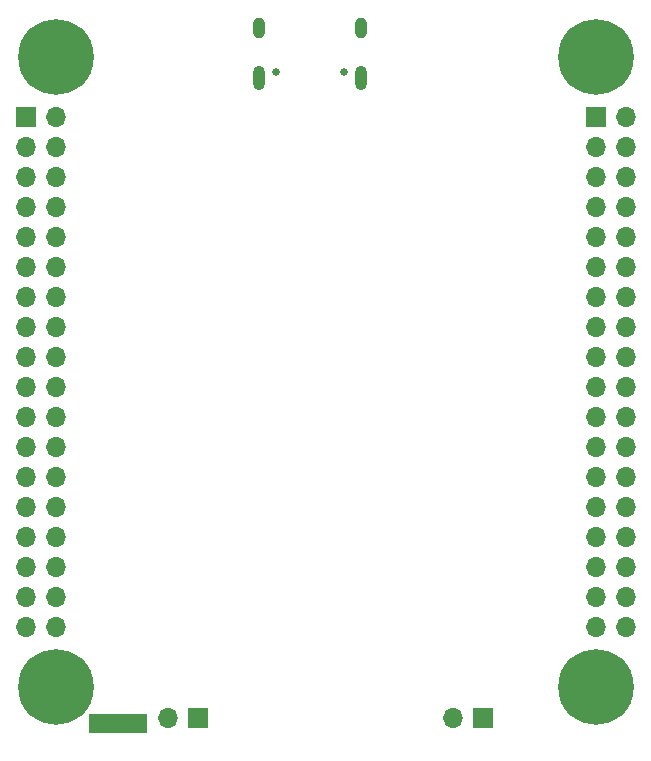
<source format=gbr>
%TF.GenerationSoftware,KiCad,Pcbnew,6.0.11-2627ca5db0~126~ubuntu20.04.1*%
%TF.CreationDate,2023-02-28T18:41:24+07:00*%
%TF.ProjectId,CY7C68013A-100,43593743-3638-4303-9133-412d3130302e,rev?*%
%TF.SameCoordinates,Original*%
%TF.FileFunction,Soldermask,Bot*%
%TF.FilePolarity,Negative*%
%FSLAX46Y46*%
G04 Gerber Fmt 4.6, Leading zero omitted, Abs format (unit mm)*
G04 Created by KiCad (PCBNEW 6.0.11-2627ca5db0~126~ubuntu20.04.1) date 2023-02-28 18:41:24*
%MOMM*%
%LPD*%
G01*
G04 APERTURE LIST*
%ADD10R,1.700000X1.700000*%
%ADD11O,1.700000X1.700000*%
%ADD12C,0.800000*%
%ADD13C,6.400000*%
%ADD14C,0.650000*%
%ADD15O,1.000000X2.100000*%
%ADD16O,1.000000X1.800000*%
G04 APERTURE END LIST*
D10*
%TO.C,J3*%
X149563932Y-131013200D03*
D11*
X147023932Y-131013200D03*
%TD*%
D12*
%TO.C,H1*%
X110980600Y-128468200D03*
X115780600Y-128468200D03*
X115077656Y-130165256D03*
D13*
X113380600Y-128468200D03*
D12*
X111683544Y-130165256D03*
X113380600Y-130868200D03*
X113380600Y-126068200D03*
X115077656Y-126771144D03*
X111683544Y-126771144D03*
%TD*%
D14*
%TO.C,J5*%
X132055600Y-76345000D03*
X137835600Y-76345000D03*
D15*
X130625600Y-76865000D03*
D16*
X130625600Y-72665000D03*
X139265600Y-72665000D03*
D15*
X139265600Y-76865000D03*
%TD*%
D10*
%TO.C,J4*%
X125477266Y-131013200D03*
D11*
X122937266Y-131013200D03*
%TD*%
D12*
%TO.C,H4*%
X157403544Y-126771144D03*
X161500600Y-128468200D03*
X159100600Y-126068200D03*
X157403544Y-130165256D03*
X156700600Y-128468200D03*
X160797656Y-126771144D03*
X159100600Y-130868200D03*
X160797656Y-130165256D03*
D13*
X159100600Y-128468200D03*
%TD*%
D12*
%TO.C,H2*%
X115077656Y-76825256D03*
X113380600Y-72728200D03*
X115077656Y-73431144D03*
D13*
X113380600Y-75128200D03*
D12*
X115780600Y-75128200D03*
X113380600Y-77528200D03*
X111683544Y-76825256D03*
X111683544Y-73431144D03*
X110980600Y-75128200D03*
%TD*%
%TO.C,H3*%
X157403544Y-76825256D03*
D13*
X159100600Y-75128200D03*
D12*
X160797656Y-76825256D03*
X159100600Y-77528200D03*
X156700600Y-75128200D03*
X161500600Y-75128200D03*
X157403544Y-73431144D03*
X160797656Y-73431144D03*
X159100600Y-72728200D03*
%TD*%
D10*
%TO.C,J1*%
X159100600Y-80208200D03*
D11*
X161640600Y-80208200D03*
X159100600Y-82748200D03*
X161640600Y-82748200D03*
X159100600Y-85288200D03*
X161640600Y-85288200D03*
X159100600Y-87828200D03*
X161640600Y-87828200D03*
X159100600Y-90368200D03*
X161640600Y-90368200D03*
X159100600Y-92908200D03*
X161640600Y-92908200D03*
X159100600Y-95448200D03*
X161640600Y-95448200D03*
X159100600Y-97988200D03*
X161640600Y-97988200D03*
X159100600Y-100528200D03*
X161640600Y-100528200D03*
X159100600Y-103068200D03*
X161640600Y-103068200D03*
X159100600Y-105608200D03*
X161640600Y-105608200D03*
X159100600Y-108148200D03*
X161640600Y-108148200D03*
X159100600Y-110688200D03*
X161640600Y-110688200D03*
X159100600Y-113228200D03*
X161640600Y-113228200D03*
X159100600Y-115768200D03*
X161640600Y-115768200D03*
X159100600Y-118308200D03*
X161640600Y-118308200D03*
X159100600Y-120848200D03*
X161640600Y-120848200D03*
X159100600Y-123388200D03*
X161640600Y-123388200D03*
%TD*%
D10*
%TO.C,J2*%
X110840600Y-80208200D03*
D11*
X113380600Y-80208200D03*
X110840600Y-82748200D03*
X113380600Y-82748200D03*
X110840600Y-85288200D03*
X113380600Y-85288200D03*
X110840600Y-87828200D03*
X113380600Y-87828200D03*
X110840600Y-90368200D03*
X113380600Y-90368200D03*
X110840600Y-92908200D03*
X113380600Y-92908200D03*
X110840600Y-95448200D03*
X113380600Y-95448200D03*
X110840600Y-97988200D03*
X113380600Y-97988200D03*
X110840600Y-100528200D03*
X113380600Y-100528200D03*
X110840600Y-103068200D03*
X113380600Y-103068200D03*
X110840600Y-105608200D03*
X113380600Y-105608200D03*
X110840600Y-108148200D03*
X113380600Y-108148200D03*
X110840600Y-110688200D03*
X113380600Y-110688200D03*
X110840600Y-113228200D03*
X113380600Y-113228200D03*
X110840600Y-115768200D03*
X113380600Y-115768200D03*
X110840600Y-118308200D03*
X113380600Y-118308200D03*
X110840600Y-120848200D03*
X113380600Y-120848200D03*
X110840600Y-123388200D03*
X113380600Y-123388200D03*
%TD*%
G36*
X121074721Y-130703002D02*
G01*
X121121214Y-130756658D01*
X121132600Y-130809000D01*
X121132600Y-132182600D01*
X121112598Y-132250721D01*
X121058942Y-132297214D01*
X121006600Y-132308600D01*
X116331000Y-132308600D01*
X116262879Y-132288598D01*
X116216386Y-132234942D01*
X116205000Y-132182600D01*
X116205000Y-130809000D01*
X116225002Y-130740879D01*
X116278658Y-130694386D01*
X116331000Y-130683000D01*
X121006600Y-130683000D01*
X121074721Y-130703002D01*
G37*
M02*

</source>
